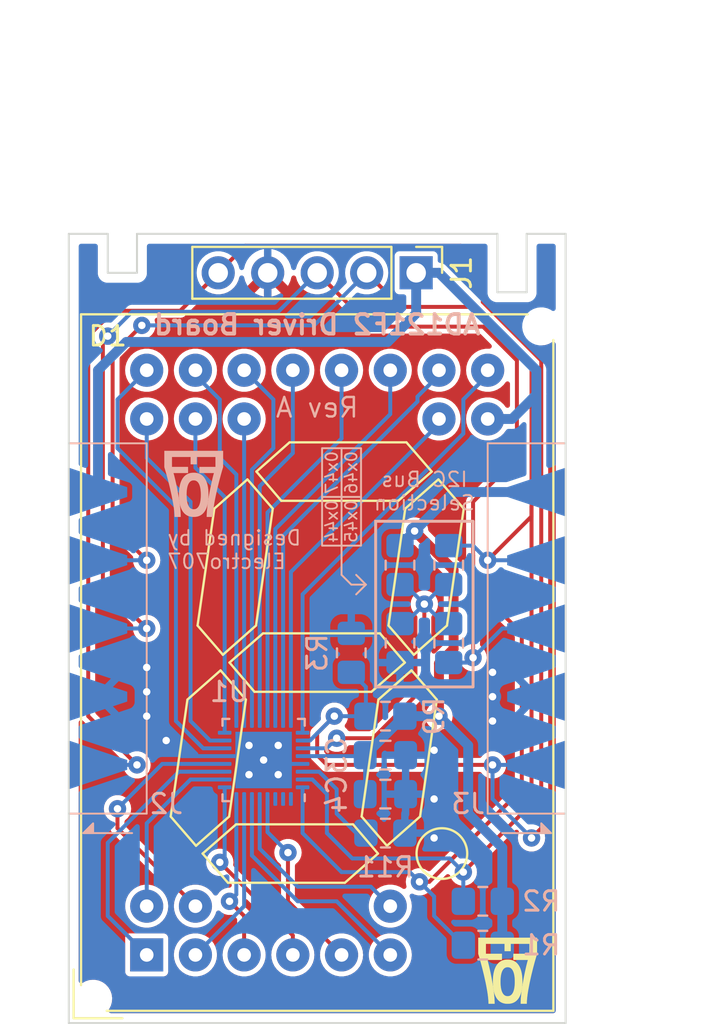
<source format=kicad_pcb>
(kicad_pcb (version 20221018) (generator pcbnew)
  (layers (0 "F.Cu" signal) (31 "B.Cu" signal) (34 "B.Paste" user) (35 "F.Paste" user) (36 "B.SilkS" user "B.Silkscreen") (37 "F.SilkS" user "F.Silkscreen") (38 "B.Mask" user) (39 "F.Mask" user) (44 "Edge.Cuts" user))
  (net 0 "")
  (net 1 "GND")
  (net 2 "VCC")
  (net 3 "/LED_G5")
  (net 4 "/LED_B4")
  (net 5 "/LED_G4")
  (net 6 "/LED_R4")
  (net 7 "/LED_B3")
  (net 8 "/LED_R3")
  (net 9 "/LED_B5")
  (net 10 "/LED_R5")
  (net 11 "/LED_G3")
  (net 12 "/LED_G6")
  (net 13 "/LED_R6")
  (net 14 "/LED_G7")
  (net 15 "/LED_G2")
  (net 16 "/LED_B6")
  (net 17 "/LED_B7")
  (net 18 "/LED_R7")
  (net 19 "/LED_B1")
  (net 20 "/LED_G1")
  (net 21 "/LED_R1")
  (net 22 "/LED_B2")
  (net 23 "/LED_R2")
  (net 24 "/SDA")
  (net 25 "/SCL")
  (net 26 "/~{SDB}")
  (net 27 "/AD")
  (net 28 "Net-(U1-ISET)")
  (footprint "Display_7Segment:AD-121F2" (layer "F.Cu") (at 191.5 114.5 90)
    (fp_text reference "D1" (at 31.75 -2 180) (layer "F.SilkS"))
    (fp_text value "AD-121F2")
    (pad "" np_thru_hole circle locked (at -2.25 -2.75 90) (size 1.45 1.45) (drill 1.45) (layers "*.Cu" "*.Mask"))
    (pad "" np_thru_hole circle locked (at 32.25 20.25 90) (size 1.45 1.45) (drill 1.45) (layers "*.Cu" "*.Mask"))
    (pad "1" thru_hole rect locked (at 0 0 90) (size 1.7 1.7) (drill 0.7) (layers "*.Cu" "*.Mask") (net 3 "/LED_G5"))
    (pad "2" thru_hole circle locked (at 0 2.5 90) (size 1.7 1.7) (drill 0.7) (layers "*.Cu" "*.Mask") (net 4 "/LED_B4"))
    (pad "3" thru_hole circle locked (at 0 5 90) (size 1.7 1.7) (drill 0.7) (layers "*.Cu" "*.Mask") (net 5 "/LED_G4"))
    (pad "4" thru_hole circle locked (at 0 7.5 90) (size 1.7 1.7) (drill 0.7) (layers "*.Cu" "*.Mask") (net 6 "/LED_R4"))
    (pad "5" thru_hole circle locked (at 0 10 90) (size 1.7 1.7) (drill 0.7) (layers "*.Cu" "*.Mask") (net 7 "/LED_B3"))
    (pad "6" thru_hole circle locked (at 0 12.5 90) (size 1.7 1.7) (drill 0.7) (layers "*.Cu" "*.Mask") (net 8 "/LED_R3"))
    (pad "9" thru_hole circle locked (at 2.5 0 90) (size 1.7 1.7) (drill 0.7) (layers "*.Cu" "*.Mask") (net 9 "/LED_B5"))
    (pad "10" thru_hole circle locked (at 2.5 2.5 90) (size 1.7 1.7) (drill 0.7) (layers "*.Cu" "*.Mask") (net 10 "/LED_R5"))
    (pad "11" thru_hole circle locked (at 2.5 12.5 90) (size 1.7 1.7) (drill 0.7) (layers "*.Cu" "*.Mask") (net 11 "/LED_G3"))
    (pad "13" thru_hole circle locked (at 27.5 0 90) (size 1.7 1.7) (drill 0.7) (layers "*.Cu" "*.Mask") (net 12 "/LED_G6"))
    (pad "14" thru_hole circle locked (at 27.5 2.5 90) (size 1.7 1.7) (drill 0.7) (layers "*.Cu" "*.Mask") (net 13 "/LED_R6"))
    (pad "15" thru_hole circle locked (at 27.5 5 90) (size 1.7 1.7) (drill 0.7) (layers "*.Cu" "*.Mask") (net 14 "/LED_G7"))
    (pad "16" thru_hole circle locked (at 27.5 15 90) (size 1.7 1.7) (drill 0.7) (layers "*.Cu" "*.Mask") (net 15 "/LED_G2"))
    (pad "17" thru_hole circle locked (at 27.5 17.5 90) (size 1.7 1.7) (drill 0.7) (layers "*.Cu" "*.Mask") (net 2 "VCC"))
    (pad "18" thru_hole circle locked (at 30 0 90) (size 1.7 1.7) (drill 0.7) (layers "*.Cu" "*.Mask") (net 16 "/LED_B6"))
    (pad "19" thru_hole circle locked (at 30 2.5 90) (size 1.7 1.7) (drill 0.7) (layers "*.Cu" "*.Mask") (net 17 "/LED_B7"))
    (pad "20" thru_hole circle locked (at 30 5 90) (size 1.7 1.7) (drill 0.7) (layers "*.Cu" "*.Mask") (net 18 "/LED_R7"))
    (pad "21" thru_hole circle locked (at 30 7.5 90) (size 1.7 1.7) (drill 0.7) (layers "*.Cu" "*.Mask") (net 19 "/LED_B1"))
    (pad "22" thru_hole circle locked (at 30 10 90) (size 1.7 1.7) (drill 0.7) (layers "*.Cu" "*.Mask") (net 20 "/LED_G1"))
    (pad "23" thru_hole circle locked (at 30 12.5 90) (size 1.7 1.7) (drill 0.7) (layers "*.Cu" "*.Mask") (net 21 "/LED_R1"))
    (pad "24" thru_hole circle locked (at 30 15 90) (size 1.7 1.7) (drill 0.7) (layers "*.Cu" "*.Mask") (net 22 "/LED_B2"))
    (pad "25" thru_hole circle locked (at 30 17.5 90) (size 1.7 1.7) (drill 0.7) (layers "*.Cu" "*.Mask") (net 23 "/LED_R2"))
  )
  (footprint "Connector_PinHeader_2.54mm:PinHeader_1x05_P2.54mm_Vertical" (layer "F.Cu") (at 205.33 79.5 -90)
    (fp_text reference "J1" (at 0 -2.33 90) (layer "F.SilkS"))
    (fp_text value "Conn_01x05_Socket")
    (pad "1" thru_hole rect (at 0 0 270) (size 1.7 1.7) (drill 1) (layers "*.Cu" "*.Mask") (net 2 "VCC"))
    (pad "2" thru_hole oval (at 0 2.54 270) (size 1.7 1.7) (drill 1) (layers "*.Cu" "*.Mask") (net 24 "/SDA"))
    (pad "3" thru_hole oval (at 0 5.08 270) (size 1.7 1.7) (drill 1) (layers "*.Cu" "*.Mask") (net 25 "/SCL"))
    (pad "4" thru_hole oval (at 0 7.62 270) (size 1.7 1.7) (drill 1) (layers "*.Cu" "*.Mask") (net 1 "GND"))
    (pad "5" thru_hole oval (at 0 10.16 270) (size 1.7 1.7) (drill 1) (layers "*.Cu" "*.Mask") (net 26 "/~{SDB}"))
  )
  (footprint "Resistor_SMD:R_0805_2012Metric_Pad1.20x1.40mm_HandSolder" (layer "B.Cu") (at 203.75 108.25)
    (fp_text reference "R11" (at 0 1.75) (layer "B.SilkS") (effects (justify mirror)))
    (fp_text value "3.3k")
    (pad "1" smd roundrect (at -1 0) (size 1.2 1.4) (layers "B.Cu" "B.Paste" "B.Mask") (roundrect_rratio 0.208333) (net 28 "Net-(U1-ISET)"))
    (pad "2" smd roundrect (at 1 0) (size 1.2 1.4) (layers "B.Cu" "B.Paste" "B.Mask") (roundrect_rratio 0.208333) (net 1 "GND"))
  )
  (footprint "Package_DFN_QFN:QFN-32-1EP_4x4mm_P0.4mm_EP2.9x2.9mm" (layer "B.Cu") (at 197.5 104.5 90)
    (fp_text reference "U1" (at 3.5 -1.75 180) (layer "B.SilkS") (effects (justify mirror)))
    (fp_text value "IS31FL3239")
    (pad "1" smd roundrect (at -2 1.4 90) (size 0.7 0.2) (layers "B.Cu" "B.Paste" "B.Mask"))
    (pad "2" smd roundrect (at -2 1 90) (size 0.7 0.2) (layers "B.Cu" "B.Paste" "B.Mask"))
    (pad "3" smd roundrect (at -2 0.6 90) (size 0.7 0.2) (layers "B.Cu" "B.Paste" "B.Mask"))
    (pad "4" smd roundrect (at -2 0.2 90) (size 0.7 0.2) (layers "B.Cu" "B.Paste" "B.Mask") (net 7 "/LED_B3"))
    (pad "5" smd roundrect (at -2 -0.2 90) (size 0.7 0.2) (layers "B.Cu" "B.Paste" "B.Mask") (net 11 "/LED_G3"))
    (pad "6" smd roundrect (at -2 -0.6 90) (size 0.7 0.2) (layers "B.Cu" "B.Paste" "B.Mask") (net 8 "/LED_R3"))
    (pad "7" smd roundrect (at -2 -1 90) (size 0.7 0.2) (layers "B.Cu" "B.Paste" "B.Mask") (net 4 "/LED_B4"))
    (pad "8" smd roundrect (at -2 -1.4 90) (size 0.7 0.2) (layers "B.Cu" "B.Paste" "B.Mask") (net 5 "/LED_G4"))
    (pad "9" smd roundrect (at -1.4 -2 90) (size 0.2 0.7) (layers "B.Cu" "B.Paste" "B.Mask") (net 6 "/LED_R4"))
    (pad "10" smd roundrect (at -1 -2 90) (size 0.2 0.7) (layers "B.Cu" "B.Paste" "B.Mask") (net 9 "/LED_B5"))
    (pad "11" smd roundrect (at -0.6 -2 90) (size 0.2 0.7) (layers "B.Cu" "B.Paste" "B.Mask") (net 3 "/LED_G5"))
    (pad "12" smd roundrect (at -0.2 -2 90) (size 0.2 0.7) (layers "B.Cu" "B.Paste" "B.Mask") (net 10 "/LED_R5"))
    (pad "13" smd roundrect (at 0.2 -2 90) (size 0.2 0.7) (layers "B.Cu" "B.Paste" "B.Mask") (net 1 "GND"))
    (pad "14" smd roundrect (at 0.6 -2 90) (size 0.2 0.7) (layers "B.Cu" "B.Paste" "B.Mask") (net 16 "/LED_B6"))
    (pad "15" smd roundrect (at 1 -2 90) (size 0.2 0.7) (layers "B.Cu" "B.Paste" "B.Mask") (net 12 "/LED_G6"))
    (pad "16" smd roundrect (at 1.4 -2 90) (size 0.2 0.7) (layers "B.Cu" "B.Paste" "B.Mask") (net 13 "/LED_R6"))
    (pad "17" smd roundrect (at 2 -1.4 90) (size 0.7 0.2) (layers "B.Cu" "B.Paste" "B.Mask") (net 17 "/LED_B7"))
    (pad "18" smd roundrect (at 2 -1 90) (size 0.7 0.2) (layers "B.Cu" "B.Paste" "B.Mask") (net 14 "/LED_G7"))
    (pad "19" smd roundrect (at 2 -0.6 90) (size 0.7 0.2) (layers "B.Cu" "B.Paste" "B.Mask") (net 18 "/LED_R7"))
    (pad "20" smd roundrect (at 2 -0.2 90) (size 0.7 0.2) (layers "B.Cu" "B.Paste" "B.Mask") (net 19 "/LED_B1"))
    (pad "21" smd roundrect (at 2 0.2 90) (size 0.7 0.2) (layers "B.Cu" "B.Paste" "B.Mask") (net 20 "/LED_G1"))
    (pad "22" smd roundrect (at 2 0.6 90) (size 0.7 0.2) (layers "B.Cu" "B.Paste" "B.Mask") (net 21 "/LED_R1"))
    (pad "23" smd roundrect (at 2 1 90) (size 0.7 0.2) (layers "B.Cu" "B.Paste" "B.Mask") (net 22 "/LED_B2"))
    (pad "24" smd roundrect (at 2 1.4 90) (size 0.7 0.2) (layers "B.Cu" "B.Paste" "B.Mask") (net 15 "/LED_G2"))
    (pad "25" smd roundrect (at 1.4 2 90) (size 0.2 0.7) (layers "B.Cu" "B.Paste" "B.Mask") (net 23 "/LED_R2"))
    (pad "26" smd roundrect (at 1 2 90) (size 0.2 0.7) (layers "B.Cu" "B.Paste" "B.Mask") (net 26 "/~{SDB}"))
    (pad "27" smd roundrect (at 0.6 2 90) (size 0.2 0.7) (layers "B.Cu" "B.Paste" "B.Mask") (net 27 "/AD"))
    (pad "28" smd roundrect (at 0.2 2 90) (size 0.2 0.7) (layers "B.Cu" "B.Paste" "B.Mask") (net 2 "VCC"))
    (pad "29" smd roundrect (at -0.2 2 90) (size 0.2 0.7) (layers "B.Cu" "B.Paste" "B.Mask") (net 1 "GND"))
    (pad "30" smd roundrect (at -0.6 2 90) (size 0.2 0.7) (layers "B.Cu" "B.Paste" "B.Mask") (net 28 "Net-(U1-ISET)"))
    (pad "31" smd roundrect (at -1 2 90) (size 0.2 0.7) (layers "B.Cu" "B.Paste" "B.Mask") (net 24 "/SDA"))
    (pad "32" smd roundrect (at -1.4 2 90) (size 0.2 0.7) (layers "B.Cu" "B.Paste" "B.Mask") (net 25 "/SCL"))
    (pad "33" smd rect (at 0 0 90) (size 2.9 2.9) (layers "B.Cu" "B.Mask") (net 1 "GND"))
  )
  (footprint "Resistor_SMD:R_0805_2012Metric_Pad1.20x1.40mm_HandSolder" (layer "B.Cu") (at 203.75 102.25 180)
    (fp_text reference "R9" (at -2.5 0 90) (layer "B.SilkS") (effects (justify mirror)))
    (fp_text value "10k")
    (pad "1" smd roundrect (at -1 0 180) (size 1.2 1.4) (layers "B.Cu" "B.Paste" "B.Mask") (roundrect_rratio 0.208333) (net 2 "VCC"))
    (pad "2" smd roundrect (at 1 0 180) (size 1.2 1.4) (layers "B.Cu" "B.Paste" "B.Mask") (roundrect_rratio 0.208333) (net 26 "/~{SDB}"))
  )
  (footprint "Resistor_SMD:R_0805_2012Metric_Pad1.20x1.40mm_HandSolder" (layer "B.Cu") (at 208.75 114 180)
    (fp_text reference "R1" (at -3 0) (layer "B.SilkS") (effects (justify mirror)))
    (fp_text value "4.7k")
    (pad "1" smd roundrect (at -1 0 180) (size 1.2 1.4) (layers "B.Cu" "B.Paste" "B.Mask") (roundrect_rratio 0.208333) (net 2 "VCC"))
    (pad "2" smd roundrect (at 1 0 180) (size 1.2 1.4) (layers "B.Cu" "B.Paste" "B.Mask") (roundrect_rratio 0.208333) (net 25 "/SCL"))
  )
  (footprint "Capacitor_SMD:C_0805_2012Metric_Pad1.18x1.45mm_HandSolder" (layer "B.Cu") (at 203.75 104.25)
    (fp_text reference "C3" (at -2.5 0 -90) (layer "B.SilkS") (effects (justify mirror)))
    (fp_text value "0.1u")
    (pad "1" smd roundrect (at -1.0375 0) (size 1.175 1.45) (layers "B.Cu" "B.Paste" "B.Mask") (roundrect_rratio 0.212766) (net 2 "VCC"))
    (pad "2" smd roundrect (at 1.0375 0) (size 1.175 1.45) (layers "B.Cu" "B.Paste" "B.Mask") (roundrect_rratio 0.212766) (net 1 "GND"))
  )
  (footprint "Resistor_SMD:R_0805_2012Metric_Pad1.20x1.40mm_HandSolder" (layer "B.Cu") (at 202 99 90)
    (fp_text reference "R3" (at 0 -1.75 90) (layer "B.SilkS") (effects (justify mirror)))
    (fp_text value "100k")
    (pad "1" smd roundrect (at -1 0 90) (size 1.2 1.4) (layers "B.Cu" "B.Paste" "B.Mask") (roundrect_rratio 0.208333) (net 26 "/~{SDB}"))
    (pad "2" smd roundrect (at 1 0 90) (size 1.2 1.4) (layers "B.Cu" "B.Paste" "B.Mask") (roundrect_rratio 0.208333) (net 1 "GND"))
  )
  (footprint "Resistor_SMD:R_0805_2012Metric_Pad1.20x1.40mm_HandSolder" (layer "B.Cu") (at 208.75 111.75 180)
    (fp_text reference "R2" (at -3 0) (layer "B.SilkS") (effects (justify mirror)))
    (fp_text value "4.7k")
    (pad "1" smd roundrect (at -1 0 180) (size 1.2 1.4) (layers "B.Cu" "B.Paste" "B.Mask") (roundrect_rratio 0.208333) (net 2 "VCC"))
    (pad "2" smd roundrect (at 1 0 180) (size 1.2 1.4) (layers "B.Cu" "B.Paste" "B.Mask") (roundrect_rratio 0.208333) (net 24 "/SDA"))
  )
  (footprint "Resistor_SMD:R_0805_2012Metric_Pad1.20x1.40mm_HandSolder" (layer "B.Cu") (at 207 94.5 -90)
    (fp_text reference "R5" hide)
    (fp_text value "0")
    (pad "1" smd roundrect (at -1 0 270) (size 1.2 1.4) (layers "B.Cu" "B.Paste" "B.Mask") (roundrect_rratio 0.208333) (net 24 "/SDA"))
    (pad "2" smd roundrect (at 1 0 270) (size 1.2 1.4) (layers "B.Cu" "B.Paste" "B.Mask") (roundrect_rratio 0.208333) (net 27 "/AD"))
  )
  (footprint "ProjectLibrary:CustomBoardInterconnectMirror" (layer "B.Cu") (at 191.5 106.25 180)
    (fp_text reference "J2" (at -1 -0.5 unlocked) (layer "B.SilkS") (effects (justify mirror)))
    (fp_text value "Conn_01x05_Socket")
    (pad "1" smd trapezoid (at 2.5 1.5 180) (size 3 1.5) (rect_delta -1 0) (layers "B.Cu" "B.Mask") (net 26 "/~{SDB}"))
    (pad "2" smd trapezoid (at 2.5 5 180) (size 3 1.5) (rect_delta -1 0) (layers "B.Cu" "B.Mask") (net 1 "GND"))
    (pad "3" smd trapezoid (at 2.5 8.5 180) (size 3 1.5) (rect_delta -1 0) (layers "B.Cu" "B.Mask") (net 25 "/SCL"))
    (pad "4" smd trapezoid (at 2.5 12 180) (size 3 1.5) (rect_delta -1 0) (layers "B.Cu" "B.Mask") (net 24 "/SDA"))
    (pad "5" smd trapezoid (at 2.5 15.5 180) (size 3 1.5) (rect_delta -1 0) (layers "B.Cu" "B.Mask") (net 2 "VCC"))
  )
  (footprint "Capacitor_SMD:C_0805_2012Metric_Pad1.18x1.45mm_HandSolder" (layer "B.Cu") (at 203.75 106.25)
    (fp_text reference "C4" (at -2.5 0 90) (layer "B.SilkS") (effects (justify mirror)))
    (fp_text value "1u")
    (pad "1" smd roundrect (at -1.0375 0) (size 1.175 1.45) (layers "B.Cu" "B.Paste" "B.Mask") (roundrect_rratio 0.212766) (net 2 "VCC"))
    (pad "2" smd roundrect (at 1.0375 0) (size 1.175 1.45) (layers "B.Cu" "B.Paste" "B.Mask") (roundrect_rratio 0.212766) (net 1 "GND"))
  )
  (footprint "ProjectLibrary:CustomBoardInterconnect" (layer "B.Cu") (at 213 106.25 180)
    (fp_text reference "J3" (at 5 -0.5 unlocked) (layer "B.SilkS") (effects (justify mirror)))
    (fp_text value "Conn_01x05_Pin")
    (pad "1" smd trapezoid (at 1.5 1.5 180) (size 3 1.5) (rect_delta 1 0) (layers "B.Cu" "B.Mask") (net 26 "/~{SDB}"))
    (pad "2" smd trapezoid (at 1.5 5 180) (size 3 1.5) (rect_delta 1 0) (layers "B.Cu" "B.Mask") (net 1 "GND"))
    (pad "3" smd trapezoid (at 1.5 8.5 180) (size 3 1.5) (rect_delta 1 0) (layers "B.Cu" "B.Mask") (net 25 "/SCL"))
    (pad "4" smd trapezoid (at 1.5 12 180) (size 3 1.5) (rect_delta 1 0) (layers "B.Cu" "B.Mask") (net 24 "/SDA"))
    (pad "5" smd trapezoid (at 1.5 15.5 180) (size 3 1.5) (rect_delta 1 0) (layers "B.Cu" "B.Mask") (net 2 "VCC"))
  )
  (footprint "Resistor_SMD:R_0805_2012Metric_Pad1.20x1.40mm_HandSolder" (layer "B.Cu") (at 204.5 98.5 90)
    (fp_text reference "R10" hide)
    (fp_text value "0")
    (pad "1" smd roundrect (at -1 0 90) (size 1.2 1.4) (layers "B.Cu" "B.Paste" "B.Mask") (roundrect_rratio 0.208333) (net 1 "GND"))
    (pad "2" smd roundrect (at 1 0 90) (size 1.2 1.4) (layers "B.Cu" "B.Paste" "B.Mask") (roundrect_rratio 0.208333) (net 27 "/AD"))
  )
  (footprint "Resistor_SMD:R_0805_2012Metric_Pad1.20x1.40mm_HandSolder" (layer "B.Cu") (at 204.5 94.5 -90)
    (fp_text reference "R4" hide)
    (fp_text value "0")
    (pad "1" smd roundrect (at -1 0 270) (size 1.2 1.4) (layers "B.Cu" "B.Paste" "B.Mask") (roundrect_rratio 0.208333) (net 2 "VCC"))
    (pad "2" smd roundrect (at 1 0 270) (size 1.2 1.4) (layers "B.Cu" "B.Paste" "B.Mask") (roundrect_rratio 0.208333) (net 27 "/AD"))
  )
  (footprint "Resistor_SMD:R_0805_2012Metric_Pad1.20x1.40mm_HandSolder" (layer "B.Cu") (at 207 98.5 90)
    (fp_text reference "R6" hide)
    (fp_text value "0")
    (pad "1" smd roundrect (at -1 0 90) (size 1.2 1.4) (layers "B.Cu" "B.Paste" "B.Mask") (roundrect_rratio 0.208333) (net 25 "/SCL"))
    (pad "2" smd roundrect (at 1 0 90) (size 1.2 1.4) (layers "B.Cu" "B.Paste" "B.Mask") (roundrect_rratio 0.208333) (net 27 "/AD"))
  )
  (gr_poly (pts (xy 193.837265 89.76956) (xy 193.787643 89.774779) (xy 193.73209 89.784942) (xy 193.672141 89.801697) (xy 193.609337 89.826692) (xy 193.577344 89.842794) (xy 193.545214 89.861574) (xy 193.513139 89.883238) (xy 193.481311 89.907992) (xy 193.449922 89.936042) (xy 193.419165 89.967594) (xy 193.389233 90.002853) (xy 193.360316 90.042027) (xy 193.332608 90.08532) (xy 193.3063 90.132939) (xy 193.281586 90.18509) (xy 193.258657 90.241979) (xy 193.237705 90.303812) (xy 193.218923 90.370794) (xy 193.202504 90.443133) (xy 193.188638 90.521033) (xy 193.177519 90.604701) (xy 193.169339 90.694342) (xy 193.16429 90.790164) (xy 193.162564 90.892371) (xy 193.16429 90.994578) (xy 193.169339 91.0904) (xy 193.177519 91.180041) (xy 193.188638 91.263709) (xy 193.202504 91.341609) (xy 193.218924 91.413948) (xy 193.237705 91.48093) (xy 193.258657 91.542763) (xy 193.281586 91.599652) (xy 193.3063 91.651803) (xy 193.332608 91.699422) (xy 193.360316 91.742716) (xy 193.389233 91.781889) (xy 193.419165 91.817149) (xy 193.449922 91.848701) (xy 193.481311 91.876751) (xy 193.513139 91.901505) (xy 193.545214 91.923169) (xy 193.577344 91.941949) (xy 193.609337 91.958051) (xy 193.641 91.971681) (xy 193.672141 91.983046) (xy 193.702569 91.99235) (xy 193.732089 91.999801) (xy 193.787643 92.009964) (xy 193.837264 92.015182) (xy 193.912557 92.01738) (xy 193.98785 92.015182) (xy 194.037471 92.009964) (xy 194.093025 91.999801) (xy 194.152973 91.983046) (xy 194.215778 91.958051) (xy 194.24777 91.941949) (xy 194.279901 91.923169) (xy 194.311976 91.901505) (xy 194.343804 91.876751) (xy 194.375192 91.848701) (xy 194.405949 91.817149) (xy 194.435882 91.781889) (xy 194.464799 91.742716) (xy 194.492507 91.699422) (xy 194.518814 91.651803) (xy 194.543528 91.599652) (xy 194.566458 91.542763) (xy 194.587409 91.48093) (xy 194.606191 91.413948) (xy 194.622611 91.341609) (xy 194.636476 91.263709) (xy 194.647595 91.180041) (xy 194.655775 91.0904) (xy 194.660824 90.994578) (xy 194.66255 90.892371) (xy 194.287573 90.892371) (xy 194.28671 90.960509) (xy 194.284185 91.02439) (xy 194.280095 91.084151) (xy 194.274535 91.139929) (xy 194.267602 91.191862) (xy 194.259392 91.240088) (xy 194.25 91.284742) (xy 194.239524 91.325964) (xy 194.228058 91.363889) (xy 194.215701 91.398656) (xy 194.202546 91.430402) (xy 194.188691 91.459263) (xy 194.174232 91.485378) (xy 194.159265 91.508884) (xy 194.143885 91.529918) (xy 194.12819 91.548618) (xy 194.112275 91.56512) (xy 194.096237 91.579562) (xy 194.080171 91.592081) (xy 194.064174 91.602816) (xy 194.048341 91.611902) (xy 194.03277 91.619478) (xy 194.017555 91.62568) (xy 194.002794 91.630646) (xy 193.988582 91.634514) (xy 193.975016 91.637421) (xy 193.950204 91.6409) (xy 193.929128 91.642181) (xy 193.912557 91.642364) (xy 193.87491 91.6409) (xy 193.850098 91.637421) (xy 193.82232 91.630646) (xy 193.792345 91.619478) (xy 193.760941 91.602816) (xy 193.728878 91.579562) (xy 193.712839 91.56512) (xy 193.696924 91.548618) (xy 193.681229 91.529918) (xy 193.66585 91.508884) (xy 193.650882 91.485378) (xy 193.636423 91.459263) (xy 193.622568 91.430402) (xy 193.609414 91.398656) (xy 193.597056 91.363889) (xy 193.585591 91.325964) (xy 193.575114 91.284742) (xy 193.565723 91.240088) (xy 193.557512 91.191862) (xy 193.550579 91.139929) (xy 193.545019 91.084151) (xy 193.540929 91.02439) (xy 193.538404 90.960509) (xy 193.537541 90.892371) (xy 193.538404 90.824233) (xy 193.540929 90.760352) (xy 193.545019 90.700591) (xy 193.550579 90.644813) (xy 193.557512 90.59288) (xy 193.565723 90.544654) (xy 193.575114 90.5) (xy 193.585591 90.458778) (xy 193.597056 90.420853) (xy 193.609414 90.386086) (xy 193.622568 90.354341) (xy 193.636423 90.325479) (xy 193.650882 90.299364) (xy 193.66585 90.275858) (xy 193.681229 90.254824) (xy 193.696924 90.236125) (xy 193.712839 90.219623) (xy 193.728877 90.205181) (xy 193.744943 90.192661) (xy 193.760941 90.181927) (xy 193.776773 90.172841) (xy 193.792345 90.165265) (xy 193.807559 90.159062) (xy 193.82232 90.154096) (xy 193.836532 90.150228) (xy 193.850098 90.147322) (xy 193.87491 90.143843) (xy 193.895986 90.142562) (xy 193.912557 90.142379) (xy 193.950204 90.143843) (xy 193.975016 90.147322) (xy 194.002794 90.154096) (xy 194.03277 90.165265) (xy 194.064174 90.181927) (xy 194.096237 90.205181) (xy 194.112275 90.219623) (xy 194.12819 90.236125) (xy 194.143885 90.254824) (xy 194.159265 90.275858) (xy 194.174232 90.299364) (xy 194.188691 90.325479) (xy 194.202546 90.354341) (xy 194.215701 90.386086) (xy 194.228058 90.420853) (xy 194.239524 90.458779) (xy 194.25 90.5) (xy 194.259392 90.544654) (xy 194.267602 90.59288) (xy 194.274535 90.644813) (xy 194.280095 90.700591) (xy 194.284185 90.760352) (xy 194.28671 90.824233) (xy 194.287573 90.892371) (xy 194.66255 90.892371) (xy 194.660824 90.790164) (xy 194.655775 90.694342) (xy 194.647595 90.604701) (xy 194.636476 90.521033) (xy 194.622611 90.443133) (xy 194.606191 90.370795) (xy 194.587409 90.303812) (xy 194.566458 90.241979) (xy 194.543528 90.185091) (xy 194.518814 90.13294) (xy 194.492507 90.08532) (xy 194.464798 90.042027) (xy 194.435882 90.002854) (xy 194.405949 89.967594) (xy 194.375192 89.936042) (xy 194.343804 89.907992) (xy 194.311976 89.883238) (xy 194.2799 89.861574) (xy 194.24777 89.842794) (xy 194.215778 89.826692) (xy 194.184114 89.813062) (xy 194.152973 89.801697) (xy 194.122546 89.792393) (xy 194.093025 89.784942) (xy 194.037471 89.774779) (xy 193.98785 89.76956) (xy 193.912557 89.767363)) (stroke (width 0.019874)) (fill solid) (layer "B.SilkS"))
  (gr_rect (start 200.5 88.5) (end 202.5 93.5) (stroke (width 0.1)) (fill none) (layer "B.SilkS"))
  (gr_line (start 201.5 88.5) (end 201.5 93.5) (stroke (width 0.1)) (layer "B.SilkS"))
  (gr_line (start 202 95.5) (end 201.5 95) (stroke (width 0.1)) (layer "B.SilkS"))
  (gr_line (start 202.75 95.5) (end 202.25 95) (stroke (width 0.1)) (layer "B.SilkS"))
  (gr_poly (pts (xy 192.412572 89.467363) (xy 192.526245 89.855253) (xy 192.611646 90.175322) (xy 192.7032 90.545487) (xy 192.791238 90.940263) (xy 192.866093 91.334159) (xy 192.895555 91.522813) (xy 192.918096 91.701689) (xy 192.932506 91.867601) (xy 192.937578 92.017363) (xy 193.23756 92.017363) (xy 193.234172 91.87097) (xy 193.224522 91.71458) (xy 193.209379 91.550501) (xy 193.189511 91.381038) (xy 193.165687 91.208499) (xy 193.138678 91.035191) (xy 193.078177 90.695498) (xy 193.01416 90.380414) (xy 192.952781 90.108396) (xy 192.900191 89.8979) (xy 192.862544 89.767383) (xy 193.612576 89.767383) (xy 193.612576 89.467363) (xy 192.787549 89.467363) (xy 192.787559 88.942377) (xy 193.762559 88.942377) (xy 193.762559 89.317377) (xy 194.062559 89.317377) (xy 194.062559 88.942377) (xy 195.037559 88.942377) (xy 195.037566 89.467363) (xy 194.212578 89.467363) (xy 194.212578 89.767383) (xy 194.962571 89.767383) (xy 194.924924 89.8979) (xy 194.872334 90.108396) (xy 194.810954 90.380414) (xy 194.746938 90.695498) (xy 194.686437 91.035191) (xy 194.635604 91.381037) (xy 194.615736 91.5505) (xy 194.600593 91.71458) (xy 194.590943 91.87097) (xy 194.587555 92.017363) (xy 194.887575 92.017363) (xy 194.892647 91.867601) (xy 194.907056 91.701689) (xy 194.929595 91.522813) (xy 194.959055 91.334159) (xy 194.994227 91.138914) (xy 195.033903 90.940263) (xy 195.121934 90.545487) (xy 195.213481 90.175322) (xy 195.298876 89.855253) (xy 195.368453 89.610771) (xy 195.412543 89.467363) (xy 195.412559 88.642377) (xy 192.41256 88.642377)) (stroke (width 0.019874)) (fill solid) (layer "B.SilkS"))
  (gr_line (start 200.5 91) (end 202.5 91) (stroke (width 0.1)) (layer "B.SilkS"))
  (gr_line (start 202.75 95.5) (end 202 95.5) (stroke (width 0.1)) (layer "B.SilkS"))
  (gr_line (start 201.5 95) (end 201.5 93.5) (stroke (width 0.1)) (layer "B.SilkS"))
  (gr_line (start 202.75 95.5) (end 202.25 96) (stroke (width 0.1)) (layer "B.SilkS"))
  (gr_rect (start 203.25 92.25) (end 208.25 100.75) (stroke (width 0.15)) (fill none) (layer "B.SilkS"))
  (gr_poly (pts (xy 210.100313 114.752197) (xy 210.149935 114.757416) (xy 210.205488 114.767579) (xy 210.265437 114.784334) (xy 210.328241 114.809329) (xy 210.360234 114.825431) (xy 210.392364 114.844211) (xy 210.424439 114.865875) (xy 210.456267 114.890629) (xy 210.487656 114.918679) (xy 210.518413 114.950231) (xy 210.548345 114.98549) (xy 210.577262 115.024664) (xy 210.60497 115.067957) (xy 210.631278 115.115576) (xy 210.655992 115.167727) (xy 210.678921 115.224616) (xy 210.699873 115.286449) (xy 210.718655 115.353431) (xy 210.735074 115.42577) (xy 210.74894 115.50367) (xy 210.760059 115.587338) (xy 210.768239 115.676979) (xy 210.773288 115.772801) (xy 210.775014 115.875008) (xy 210.773288 115.977215) (xy 210.768239 116.073037) (xy 210.760059 116.162678) (xy 210.74894 116.246346) (xy 210.735074 116.324246) (xy 210.718654 116.396585) (xy 210.699873 116.463567) (xy 210.678921 116.5254) (xy 210.655992 116.582289) (xy 210.631278 116.63444) (xy 210.60497 116.682059) (xy 210.577262 116.725353) (xy 210.548345 116.764526) (xy 210.518413 116.799786) (xy 210.487656 116.831338) (xy 210.456267 116.859388) (xy 210.424439 116.884142) (xy 210.392364 116.905806) (xy 210.360234 116.924586) (xy 210.328241 116.940688) (xy 210.296578 116.954318) (xy 210.265437 116.965683) (xy 210.235009 116.974987) (xy 210.205489 116.982438) (xy 210.149935 116.992601) (xy 210.100314 116.997819) (xy 210.025021 117.000017) (xy 209.949728 116.997819) (xy 209.900107 116.992601) (xy 209.844553 116.982438) (xy 209.784605 116.965683) (xy 209.7218 116.940688) (xy 209.689808 116.924586) (xy 209.657677 116.905806) (xy 209.625602 116.884142) (xy 209.593774 116.859388) (xy 209.562386 116.831338) (xy 209.531629 116.799786) (xy 209.501696 116.764526) (xy 209.472779 116.725353) (xy 209.445071 116.682059) (xy 209.418764 116.63444) (xy 209.39405 116.582289) (xy 209.37112 116.5254) (xy 209.350169 116.463567) (xy 209.331387 116.396585) (xy 209.314967 116.324246) (xy 209.301102 116.246346) (xy 209.289983 116.162678) (xy 209.281803 116.073037) (xy 209.276754 115.977215) (xy 209.275028 115.875008) (xy 209.650005 115.875008) (xy 209.650868 115.943146) (xy 209.653393 116.007027) (xy 209.657483 116.066788) (xy 209.663043 116.122566) (xy 209.669976 116.174499) (xy 209.678186 116.222725) (xy 209.687578 116.267379) (xy 209.698054 116.308601) (xy 209.70952 116.346526) (xy 209.721877 116.381293) (xy 209.735032 116.413039) (xy 209.748887 116.4419) (xy 209.763346 116.468015) (xy 209.778313 116.491521) (xy 209.793693 116.512555) (xy 209.809388 116.531255) (xy 209.825303 116.547757) (xy 209.841341 116.562199) (xy 209.857407 116.574718) (xy 209.873404 116.585453) (xy 209.889237 116.594539) (xy 209.904808 116.602115) (xy 209.920023 116.608317) (xy 209.934784 116.613283) (xy 209.948996 116.617151) (xy 209.962562 116.620058) (xy 209.987374 116.623537) (xy 210.00845 116.624818) (xy 210.025021 116.625001) (xy 210.062668 116.623537) (xy 210.08748 116.620058) (xy 210.115258 116.613283) (xy 210.145233 116.602115) (xy 210.176637 116.585453) (xy 210.2087 116.562199) (xy 210.224739 116.547757) (xy 210.240654 116.531255) (xy 210.256349 116.512555) (xy 210.271728 116.491521) (xy 210.286696 116.468015) (xy 210.301155 116.4419) (xy 210.31501 116.413039) (xy 210.328164 116.381293) (xy 210.340522 116.346526) (xy 210.351987 116.308601) (xy 210.362464 116.267379) (xy 210.371855 116.222725) (xy 210.380066 116.174499) (xy 210.386999 116.122566) (xy 210.392559 116.066788) (xy 210.396649 116.007027) (xy 210.399174 115.943146) (xy 210.400037 115.875008) (xy 210.399174 115.80687) (xy 210.396649 115.742989) (xy 210.392559 115.683228) (xy 210.386999 115.62745) (xy 210.380066 115.575517) (xy 210.371855 115.527291) (xy 210.362464 115.482637) (xy 210.351987 115.441415) (xy 210.340522 115.40349) (xy 210.328164 115.368723) (xy 210.31501 115.336978) (xy 210.301155 115.308116) (xy 210.286696 115.282001) (xy 210.271728 115.258495) (xy 210.256349 115.237461) (xy 210.240654 115.218762) (xy 210.224739 115.20226) (xy 210.208701 115.187818) (xy 210.192635 115.175298) (xy 210.176637 115.164564) (xy 210.160805 115.155478) (xy 210.145233 115.147902) (xy 210.130019 115.141699) (xy 210.115258 115.136733) (xy 210.101046 115.132865) (xy 210.08748 115.129959) (xy 210.062668 115.12648) (xy 210.041592 115.125199) (xy 210.025021 115.125016) (xy 209.987374 115.12648) (xy 209.962562 115.129959) (xy 209.934784 115.136733) (xy 209.904808 115.147902) (xy 209.873404 115.164564) (xy 209.841341 115.187818) (xy 209.825303 115.20226) (xy 209.809388 115.218762) (xy 209.793693 115.237461) (xy 209.778313 115.258495) (xy 209.763346 115.282001) (xy 209.748887 115.308116) (xy 209.735032 115.336978) (xy 209.721877 115.368723) (xy 209.70952 115.40349) (xy 209.698054 115.441416) (xy 209.687578 115.482637) (xy 209.678186 115.527291) (xy 209.669976 115.575517) (xy 209.663043 115.62745) (xy 209.657483 115.683228) (xy 209.653393 115.742989) (xy 209.650868 115.80687) (xy 209.650005 115.875008) (xy 209.275028 115.875008) (xy 209.276754 115.772801) (xy 209.281803 115.676979) (xy 209.289983 115.587338) (xy 209.301102 115.50367) (xy 209.314967 115.42577) (xy 209.331387 115.353432) (xy 209.350169 115.286449) (xy 209.37112 115.224616) (xy 209.39405 115.167728) (xy 209.418764 115.115577) (xy 209.445071 115.067957) (xy 209.47278 115.024664) (xy 209.501696 114.985491) (xy 209.531629 114.950231) (xy 209.562386 114.918679) (xy 209.593774 114.890629) (xy 209.625602 114.865875) (xy 209.657678 114.844211) (xy 209.689808 114.825431) (xy 209.7218 114.809329) (xy 209.753464 114.795699) (xy 209.784605 114.784334) (xy 209.815032 114.77503) (xy 209.844553 114.767579) (xy 209.900107 114.757416) (xy 209.949728 114.752197) (xy 210.025021 114.75)) (stroke (width 0.019874)) (fill solid) (layer "F.SilkS"))
  (gr_poly (pts (xy 211.525006 114.45) (xy 211.411333 114.83789) (xy 211.325932 115.157959) (xy 211.234378 115.528124) (xy 211.14634 115.9229) (xy 211.071485 116.316796) (xy 211.042023 116.50545) (xy 211.019482 116.684326) (xy 211.005072 116.850238) (xy 211 117) (xy 210.700018 117) (xy 210.703406 116.853607) (xy 210.713056 116.697217) (xy 210.728199 116.533138) (xy 210.748067 116.363675) (xy 210.771891 116.191136) (xy 210.7989 116.017828) (xy 210.859401 115.678135) (xy 210.923418 115.363051) (xy 210.984797 115.091033) (xy 211.037387 114.880537) (xy 211.075034 114.75002) (xy 210.325002 114.75002) (xy 210.325002 114.45) (xy 211.150029 114.45) (xy 211.150019 113.925014) (xy 210.175019 113.925014) (xy 210.175019 114.300014) (xy 209.875019 114.300014) (xy 209.875019 113.925014) (xy 208.900019 113.925014) (xy 208.900012 114.45) (xy 209.725 114.45) (xy 209.725 114.75002) (xy 208.975007 114.75002) (xy 209.012654 114.880537) (xy 209.065244 115.091033) (xy 209.126624 115.363051) (xy 209.19064 115.678135) (xy 209.251141 116.017828) (xy 209.301974 116.363674) (xy 209.321842 116.533137) (xy 209.336985 116.697217) (xy 209.346635 116.853607) (xy 209.350023 117) (xy 209.050003 117) (xy 209.044931 116.850238) (xy 209.030522 116.684326) (xy 209.007983 116.50545) (xy 208.978523 116.316796) (xy 208.943351 116.121551) (xy 208.903675 115.9229) (xy 208.815644 115.528124) (xy 208.724097 115.157959) (xy 208.638702 114.83789) (xy 208.569125 114.593408) (xy 208.525035 114.45) (xy 208.525019 113.625014) (xy 211.525018 113.625014)) (stroke (width 0.019874)) (fill solid) (layer "F.SilkS"))
  (gr_line (start 209.5 80.5) (end 211 80.5) (stroke (width 0.1)) (layer "Edge.Cuts"))
  (gr_line (start 211 77.5) (end 213 77.5) (stroke (width 0.1)) (layer "Edge.Cuts"))
  (gr_line (start 191 77.5) (end 209.5 77.5) (stroke (width 0.1)) (layer "Edge.Cuts"))
  (gr_line (start 187.5 118) (end 187.5 77.5) (stroke (width 0.1)) (layer "Edge.Cuts"))
  (gr_line (start 211 80.5) (end 211 77.5) (stroke (width 0.1)) (layer "Edge.Cuts"))
  (gr_line (start 187.5 77.5) (end 189.5 77.5) (stroke (width 0.1)) (layer "Edge.Cuts"))
  (gr_line (start 191 79.5) (end 191 77.5) (stroke (width 0.1)) (layer "Edge.Cuts"))
  (gr_line (start 189.5 77.5) (end 189.5 79.5) (stroke (width 0.1)) (layer "Edge.Cuts"))
  (gr_line (start 213 77.5) (end 213 118) (stroke (width 0.1)) (layer "Edge.Cuts"))
  (gr_line (start 209.5 77.5) (end 209.5 80.5) (stroke (width 0.1)) (layer "Edge.Cuts"))
  (gr_line (start 189.5 79.5) (end 191 79.5) (stroke (width 0.1)) (layer "Edge.Cuts"))
  (gr_line (start 213 118) (end 187.5 118) (stroke (width 0.1)) (layer "Edge.Cuts"))
  (gr_text "0x44" (at 201 92.25 90) (layer "B.SilkS") (effects (font (size 0.6 0.6) (thickness 0.09)) (justify mirror)))
  (gr_text "AD121F2 Driver Board" (at 200.25 82.75) (layer "B.SilkS") (effects (font (size 1 1) (thickness 0.2) bold) (justify bottom mirror)))
  (gr_text "I2C Bus\nSelection" (at 205.75 91.75) (layer "B.SilkS") (effects (font (size 0.75 0.75) (thickness 0.1)) (justify bottom mirror)))
  (gr_text "Rev A" (at 200.25 87) (layer "B.SilkS") (effects (font (size 1 1) (thickness 0.125)) (justify bottom mirror)))
  (gr_text "0x45" (at 202 92.25 90) (layer "B.SilkS") (effects (font (size 0.6 0.6) (thickness 0.09)) (justify mirror)))
  (gr_text "0x46" (at 202 89.75 90) (layer "B.SilkS") (effects (font (size 0.6 0.6) (thickness 0.09)) (justify mirror)))
  (gr_text "Designed by\nElectro707" (at 192.5 94.75) (layer "B.SilkS") (effects (font (size 0.75 0.75) (thickness 0.1)) (justify right bottom mirror)))
  (gr_text "0x47" (at 201 89.75 90) (layer "B.SilkS") (effects (font (size 0.6 0.6) (thickness 0.09)) (justify mirror)))
  (segment (start 196.25 80.96) (end 196.25 81.5) (width 0.508) (layer "F.Cu") (net 1))
  (segment (start 197.71 79.5) (end 196.25 80.96) (width 0.508) (layer "F.Cu") (net 1))
  (segment (start 199.25 81.04) (end 199.25 81.5) (width 0.508) (layer "F.Cu") (net 1))
  (segment (start 197.71 79.5) (end 199.25 81.04) (width 0.508) (layer "F.Cu") (net 1))
  (via (at 196.75 103.75) (size 0.889) (drill 0.381) (layers "F.Cu" "B.Cu") (net 1))
  (via (at 198.25 103.75) (size 0.889) (drill 0.381) (layers "F.Cu" "B.Cu") (net 1))
  (via (at 192.5 103.5) (size 0.889) (drill 0.381) (layers "F.Cu" "B.Cu") (net 1))
  (via (at 198.25 105.25) (size 0.889) (drill 0.381) (layers "F.Cu" "B.Cu") (net 1))
  (via (at 191.5 101) (size 0.889) (drill 0.381) (layers "F.Cu" "B.Cu") (net 1))
  (via (at 197.5 104.5) (size 0.889) (drill 0.381) (layers "F.Cu" "B.Cu") (net 1))
  (via (at 206.25 104) (size 0.889) (drill 0.381) (layers "F.Cu" "B.Cu") (net 1))
  (via (at 206.25 106.5) (size 0.889) (drill 0.381) (layers "F.Cu" "B.Cu") (net 1))
  (via (at 209.25 102.5) (size 0.889) (drill 0.381) (layers "F.Cu" "B.Cu") (net 1))
  (via (at 191.5 102.25) (size 0.889) (drill 0.381) (layers "F.Cu" "B.Cu") (net 1))
  (via (at 209.25 101.25) (size 0.889) (drill 0.381) (layers "F.Cu" "B.Cu") (net 1))
  (via (at 191.5 99.75) (size 0.889) (drill 0.381) (layers "F.Cu" "B.Cu") (net 1))
  (via (at 209.25 100) (size 0.889) (drill 0.381) (layers "F.Cu" "B.Cu") (net 1))
  (via (at 206.25 108.5) (size 0.889) (drill 0.381) (layers "F.Cu" "B.Cu") (net 1))
  (via (at 196.75 105.25) (size 0.889) (drill 0.381) (layers "F.Cu" "B.Cu") (net 1))
  (segment (start 199.5 104.7) (end 197.7 104.7) (width 0.2032) (layer "B.Cu") (net 1))
  (segment (start 197.7 104.7) (end 197.5 104.5) (width 0.2032) (layer "B.Cu") (net 1))
  (segment (start 195.5 104.3) (end 193.3 104.3) (width 0.2032) (layer "B.Cu") (net 1))
  (segment (start 197.3 104.3) (end 197.5 104.5) (width 0.2032) (layer "B.Cu") (net 1))
  (segment (start 197.3 104.432) (end 197.5 104.632) (width 0.2032) (layer "B.Cu") (net 1))
  (segment (start 195.5 104.3) (end 197.3 104.3) (width 0.2032) (layer "B.Cu") (net 1))
  (segment (start 193.3 104.3) (end 192.5 103.5) (width 0.2032) (layer "B.Cu") (net 1))
  (segment (start 197.7 104.832) (end 197.5 104.632) (width 0.2032) (layer "B.Cu") (net 1))
  (segment (start 206.5 102.25) (end 206.5 99.546645) (width 0.508) (layer "F.Cu") (net 2))
  (segment (start 207.25 98.796645) (end 207.25 94.75) (width 0.508) (layer "F.Cu") (net 2))
  (segment (start 206.5 99.546645) (end 207.25 98.796645) (width 0.508) (layer "F.Cu") (net 2))
  (segment (start 207.25 94.75) (end 205.25 92.75) (width 0.508) (layer "F.Cu") (net 2))
  (via (at 206.5 102.25) (size 0.889) (drill 0.381) (layers "F.Cu" "B.Cu") (net 2))
  (via (at 205.25 92.75) (size 0.889) (drill 0.381) (layers "F.Cu" "B.Cu") (net 2))
  (segment (start 211.5 85.75) (end 211.5 90.75) (width 0.508) (layer "B.Cu") (net 2))
  (segment (start 205.33 81.585) (end 203.8656 83.0494) (width 0.508) (layer "B.Cu") (net 2))
  (segment (start 204.75 102.25) (end 204.7125 102.25) (width 0.508) (layer "B.Cu") (net 2))
  (segment (start 206.5 102.25) (end 208 103.75) (width 0.508) (layer "B.Cu") (net 2))
  (segment (start 207.25 90.75) (end 204.5 93.5) (width 0.508) (layer "B.Cu") (net 2))
  (segment (start 205.33 79.5) (end 206.5 79.5) (width 0.508) (layer "B.Cu") (net 2))
  (segment (start 208 103.75) (end 208 107.25) (width 0.508) (layer "B.Cu") (net 2))
  (segment (start 204.7125 102.25) (end 202.7125 104.25) (width 0.508) (layer "B.Cu") (net 2))
  (segment (start 211.5 90.75) (end 207.25 90.75) (width 0.508) (layer "B.Cu") (net 2))
  (segment (start 206.5 79.5) (end 211.5 84.5) (width 0.508) (layer "B.Cu") (net 2))
  (segment (start 211.5 84.5) (end 211.5 85.75) (width 0.508) (layer "B.Cu") (net 2))
  (segment (start 211.25 86) (end 210.25 87) (width 0.508) (layer "B.Cu") (net 2))
  (segment (start 203.8656 83.0494) (end 190.4506 83.0494) (width 0.508) (layer "B.Cu") (net 2))
  (segment (start 211.5 85.75) (end 211.25 86) (width 0.508) (layer "B.Cu") (net 2))
  (segment (start 189 84.5) (end 189 90.75) (width 0.508) (layer "B.Cu") (net 2))
  (segment (start 209.75 111.75) (end 209.75 114) (width 0.508) (layer "B.Cu") (net 2))
  (segment (start 199.5 104.3) (end 202.6625 104.3) (width 0.2032) (layer "B.Cu") (net 2))
  (segment (start 208 107.25) (end 209.75 109) (width 0.508) (layer "B.Cu") (net 2))
  (segment (start 206.5 102.25) (end 204.75 102.25) (width 0.508) (layer "B.Cu") (net 2))
  (segment (start 205.33 79.5) (end 205.33 81.585) (width 0.508) (layer "B.Cu") (net 2))
  (segment (start 209.75 109) (end 209.75 111.75) (width 0.508) (layer "B.Cu") (net 2))
  (segment (start 202.7125 106.25) (end 202.7125 104.25) (width 0.2032) (layer "B.Cu") (net 2))
  (segment (start 190.4506 83.0494) (end 189 84.5) (width 0.508) (layer "B.Cu") (net 2))
  (segment (start 210.25 87) (end 209 87) (width 0.508) (layer "B.Cu") (net 2))
  (segment (start 191.5 114.5) (end 189.5 112.5) (width 0.2032) (layer "B.Cu") (net 3))
  (segment (start 189.5 108.75) (end 193.15 105.1) (width 0.2032) (layer "B.Cu") (net 3))
  (segment (start 193.15 105.1) (end 195.5 105.1) (width 0.2032) (layer "B.Cu") (net 3))
  (segment (start 189.5 112.5) (end 189.5 108.75) (width 0.2032) (layer "B.Cu") (net 3))
  (segment (start 196.5 112) (end 196.5 106.5) (width 0.2032) (layer "B.Cu") (net 4))
  (segment (start 194 114.5) (end 196.5 112) (width 0.2032) (layer "B.Cu") (net 4))
  (segment (start 196.5 112.5) (end 196.5 114.5) (width 0.2032) (layer "F.Cu") (net 5))
  (segment (start 195.75 111.75) (end 196.5 112.5) (width 0.2032) (layer "F.Cu") (net 5))
  (via (at 195.75 111.75) (size 0.889) (drill 0.381) (layers "F.Cu" "B.Cu") (net 5))
  (segment (start 196.1 111.4) (end 196.1 106.5) (width 0.2032) (layer "B.Cu") (net 5))
  (segment (start 196.1 111.4) (end 195.75 111.75) (width 0.2032) (layer "B.Cu") (net 5))
  (segment (start 199 114.5) (end 199 113.5) (width 0.2032) (layer "F.Cu") (net 6))
  (segment (start 199 113.5) (end 195.25 109.75) (width 0.2032) (layer "F.Cu") (net 6))
  (via (at 195.25 109.75) (size 0.889) (drill 0.381) (layers "F.Cu" "B.Cu") (net 6))
  (segment (start 195.5 109.5) (end 195.25 109.75) (width 0.2032) (layer "B.Cu") (net 6))
  (segment (start 195.5 105.9) (end 195.5 109.5) (width 0.2032) (layer "B.Cu") (net 6))
  (segment (start 198.75 111.75) (end 201.5 114.5) (width 0.2032) (layer "F.Cu") (net 7))
  (segment (start 198.75 109.25) (end 198.75 111.75) (width 0.2032) (layer "F.Cu") (net 7))
  (via (at 198.75 109.25) (size 0.889) (drill 0.381) (layers "F.Cu" "B.Cu") (net 7))
  (segment (start 197.7 106.5) (end 197.7 108.2) (width 0.2032) (layer "B.Cu") (net 7))
  (segment (start 197.7 108.2) (end 198.75 109.25) (width 0.2032) (layer "B.Cu") (net 7))
  (segment (start 196.9 109.4) (end 199.25 111.75) (width 0.2032) (layer "B.Cu") (net 8))
  (segment (start 196.9 109.4) (end 196.9 106.5) (width 0.2032) (layer "B.Cu") (net 8))
  (segment (start 199.25 111.75) (end 201.25 111.75) (width 0.2032) (layer "B.Cu") (net 8))
  (segment (start 201.25 111.75) (end 204 114.5) (width 0.2032) (layer "B.Cu") (net 8))
  (segment (start 191.5 107.75) (end 193.75 105.5) (width 0.2032) (layer "B.Cu") (net 9))
  (segment (start 193.75 105.5) (end 195.5 105.5) (width 0.2032) (layer "B.Cu") (net 9))
  (segment (start 191.5 112) (end 191.5 107.75) (width 0.2032) (layer "B.Cu") (net 9))
  (segment (start 190 108) (end 190 107) (width 0.2032) (layer "F.Cu") (net 10))
  (segment (start 194 112) (end 190 108) (width 0.2032) (layer "F.Cu") (net 10))
  (via (at 190 107) (size 0.889) (drill 0.381) (layers "F.Cu" "B.Cu") (net 10))
  (segment (start 192.3 104.7) (end 195.5 104.7) (width 0.2032) (layer "B.Cu") (net 10))
  (segment (start 190 107) (end 192.3 104.7) (width 0.2032) (layer "B.Cu") (net 10))
  (segment (start 197.3 109.05) (end 199.25 111) (width 0.2032) (layer "B.Cu") (net 11))
  (segment (start 203 111) (end 204 112) (width 0.2032) (layer "B.Cu") (net 11))
  (segment (start 199.25 111) (end 203 111) (width 0.2032) (layer "B.Cu") (net 11))
  (segment (start 197.3 109.05) (end 197.3 106.5) (width 0.2032) (layer "B.Cu") (net 11))
  (segment (start 195.5 103.5) (end 194.75 103.5) (width 0.2032) (layer "B.Cu") (net 12))
  (segment (start 191.5 89) (end 191.5 87) (width 0.2032) (layer "B.Cu") (net 12))
  (segment (start 193.75 91.25) (end 191.5 89) (width 0.2032) (layer "B.Cu") (net 12))
  (segment (start 194.75 103.5) (end 193.75 102.5) (width 0.2032) (layer "B.Cu") (net 12))
  (segment (start 193.75 102.5) (end 193.75 91.25) (width 0.2032) (layer "B.Cu") (net 12))
  (segment (start 195.5 91) (end 195.5 103.1) (width 0.2032) (layer "B.Cu") (net 13))
  (segment (start 194 89.5) (end 195.5 91) (width 0.2032) (layer "B.Cu") (net 13))
  (segment (start 194 87.25) (end 194 89.5) (width 0.2032) (layer "B.Cu") (net 13))
  (segment (start 196.5 87) (end 196.5 102.5) (width 0.2032) (layer "B.Cu") (net 14))
  (segment (start 198.9 94.85) (end 198.9 102.5) (width 0.2032) (layer "B.Cu") (net 15))
  (segment (start 198.9 94.85) (end 206.5 87.25) (width 0.2032) (layer "B.Cu") (net 15))
  (segment (start 194.4 103.9) (end 195.5 103.9) (width 0.2032) (layer "B.Cu") (net 16))
  (segment (start 190 86) (end 190 88.5) (width 0.2032) (layer "B.Cu") (net 16))
  (segment (start 191.5 84.5) (end 190 86) (width 0.2032) (layer "B.Cu") (net 16))
  (segment (start 193 102.5) (end 194.4 103.9) (width 0.2032) (layer "B.Cu") (net 16))
  (segment (start 193 91.5) (end 193 102.5) (width 0.2032) (layer "B.Cu") (net 16))
  (segment (start 190 88.5) (end 193 91.5) (width 0.2032) (layer "B.Cu") (net 16))
  (segment (start 194 84.75) (end 194 84.5) (width 0.2032) (layer "B.Cu") (net 17))
  (segment (start 196.1 89.85) (end 195.25 89) (width 0.2032) (layer "B.Cu") (net 17))
  (segment (start 195.25 86) (end 194 84.75) (width 0.2032) (layer "B.Cu") (net 17))
  (segment (start 195.25 89) (end 195.25 86) (width 0.2032) (layer "B.Cu") (net 17))
  (segment (start 196.1 89.85) (end 196.1 102.5) (width 0.2032) (layer "B.Cu") (net 17))
  (segment (start 198 88.5) (end 198 86) (width 0.2032) (layer "B.Cu") (net 18))
  (segment (start 196.9 89.6) (end 198 88.5) (width 0.2032) (layer "B.Cu") (net 18))
  (segment (start 198 86) (end 196.5 84.5) (width 0.2032) (layer "B.Cu") (net 18))
  (segment (start 196.9 89.6) (end 196.9 102.5) (width 0.2032) (layer "B.Cu") (net 18))
  (segment (start 199 88.75) (end 197.3 90.45) (width 0.2032) (layer "B.Cu") (net 19))
  (segment (start 199 84.75) (end 199 88.75) (width 0.2032) (layer "B.Cu") (net 19))
  (segment (start 197.3 90.45) (end 197.3 102.5) (width 0.2032) (layer "B.Cu") (net 19))
  (segment (start 201.5 88) (end 197.7 91.8) (width 0.2032) (layer "B.Cu") (net 20))
  (segment (start 201.5 84.75) (end 201.5 88) (width 0.2032) (layer "B.Cu") (net 20))
  (segment (start 197.7 91.8) (end 197.7 102.5) (width 0.2032) (layer "B.Cu") (net 20))
  (segment (start 204 84.75) (end 204 86.75) (width 0.2032) (layer "B.Cu") (net 21))
  (segment (start 198.1 92.65) (end 198.1 102.5) (width 0.2032) (layer "B.Cu") (net 21))
  (segment (start 204 86.75) (end 198.1 92.65) (width 0.2032) (layer "B.Cu") (net 21))
  (segment (start 198.5 93) (end 198.5 102.5) (width 0.2032) (layer "B.Cu") (net 22))
  (segment (start 205.396 86.104) (end 198.5 93) (width 0.2032) (layer "B.Cu") (net 22))
  (segment (start 205.396 85.854) (end 205.396 86.104) (width 0.2032) (layer "B.Cu") (net 22))
  (segment (start 206.5 84.75) (end 205.396 85.854) (width 0.2032) (layer "B.Cu") (net 22))
  (segment (start 207.75 86) (end 207.75 87.75) (width 0.2032) (layer "B.Cu") (net 23))
  (segment (start 209 84.75) (end 207.75 86) (width 0.2032) (layer "B.Cu") (net 23))
  (segment (start 199.5 96) (end 199.5 103.1) (width 0.2032) (layer "B.Cu") (net 23))
  (segment (start 207.75 87.75) (end 199.5 96) (width 0.2032) (layer "B.Cu") (net 23))
  (segment (start 189.75 92.5) (end 189.75 83.6985) (width 0.2032) (layer "F.Cu") (net 24))
  (segment (start 208.360835 81.25) (end 211.25 84.139165) (width 0.2032) (layer "F.Cu") (net 24))
  (segment (start 211.25 84.139165) (end 211.25 91.5) (width 0.2032) (layer "F.Cu") (net 24))
  (segment (start 202.79 79.5) (end 204.54 81.25) (width 0.2032) (layer "F.Cu") (net 24))
  (segment (start 211.25 91.5) (end 211.25 106.749978) (width 0.2032) (layer "F.Cu") (net 24))
  (segment (start 211.25 91.5) (end 211.25 92) (width 0.2032) (layer "F.Cu") (net 24))
  (segment (start 191.5 94.25) (end 189.75 92.5) (width 0.2032) (layer "F.Cu") (net 24))
  (segment (start 211.25 92) (end 209 94.25) (width 0.2032) (layer "F.Cu") (net 24))
  (segment (start 189.75 83.6985) (end 191.25 82.1985) (width 0.2032) (layer "F.Cu") (net 24))
  (segment (start 211.25 106.749978) (end 207.75 110.249978) (width 0.2032) (layer "F.Cu") (net 24))
  (segment (start 204.54 81.25) (end 208.360835 81.25) (width 0.2032) (layer "F.Cu") (net 24))
  (via (at 209 94.25) (size 0.889) (drill 0.381) (layers "F.Cu" "B.Cu") (net 24))
  (via (at 191.25 82.1985) (size 0.889) (drill 0.381) (layers "F.Cu" "B.Cu") (net 24))
  (via (at 207.75 110.249978) (size 0.889) (drill 0.381) (layers "F.Cu" "B.Cu") (net 24))
  (via (at 191.5 94.25) (size 0.889) (drill 0.381) (layers "F.Cu" "B.Cu") (net 24))
  (segment (start 202.051498 109.551498) (end 207.05152 109.551498) (width 0.2032) (layer "B.Cu") (net 24))
  (segment (start 202.79 79.5) (end 200.0915 82.1985) (width 0.2032) (layer "B.Cu") (net 24))
  (segment (start 199.5 105.5) (end 200 105.5) (width 0.2032) (layer "B.Cu") (net 24))
  (segment (start 189 94.25) (end 191.5 94.25) (width 0.2032) (layer "B.Cu") (net 24))
  (segment (start 200.75 106.25) (end 200.75 108.25) (width 0.2032) (layer "B.Cu") (net 24))
  (segment (start 207 93.5) (end 208.25 93.5) (width 0.2032) (layer "B.Cu") (net 24))
  (segment (start 207.05152 109.551498) (end 207.75 110.249978) (width 0.2032) (layer "B.Cu") (net 24))
  (segment (start 200.0915 82.1985) (end 191.25 82.1985) (width 0.2032) (layer "B.Cu") (net 24))
  (segment (start 211.5 94.25) (end 209 94.25) (width 0.2032) (layer "B.Cu") (net 24))
  (segment (start 200 105.5) (end 200.75 106.25) (width 0.2032) (layer "B.Cu") (net 24))
  (segment (start 208.25 93.5) (end 209 94.25) (width 0.2032) (layer "B.Cu") (net 24))
  (segment (start 200.75 108.25) (end 202.051498 109.551498) (width 0.2032) (layer "B.Cu") (net 24))
  (segment (start 207.75 111.75) (end 207.75 110.249978) (width 0.2032) (layer "B.Cu") (net 24))
  (segment (start 208.249992 94) (end 208.249992 95.499992) (width 0.2032) (layer "F.Cu") (net 25))
  (segment (start 208.762718 82.262718) (end 210.5 84) (width 0.2032) (layer "F.Cu") (net 25))
  (segment (start 200.25 79.5) (end 203.012718 82.262718) (width 0.2032) (layer "F.Cu") (net 25))
  (segment (start 208.249992 91.250008) (end 208.249992 94) (width 0.2032) (layer "F.Cu") (net 25))
  (segment (start 203.012718 82.262718) (end 208.762718 82.262718) (width 0.2032) (layer "F.Cu") (net 25))
  (segment (start 208.249992 94) (end 208.249992 99.25) (width 0.2032) (layer "F.Cu") (net 25))
  (segment (start 191.5 97.75) (end 189.25 95.5) (width 0.2032) (layer "F.Cu") (net 25))
  (segment (start 210.5 89) (end 208.249992 91.250008) (width 0.2032) (layer "F.Cu") (net 25))
  (segment (start 189.25 83) (end 189.5 82.75) (width 0.2032) (layer "F.Cu") (net 25))
  (segment (start 206.00001 110.74999) (end 205.5 110.74999) (width 0.2032) (layer "F.Cu") (net 25))
  (segment (start 189.25 95.5) (end 189.25 83) (width 0.2032) (layer "F.Cu") (net 25))
  (segment (start 208.249992 95.499992) (end 210.75 98) (width 0.2032) (layer "F.Cu") (net 25))
  (segment (start 210.5 84) (end 210.5 89) (width 0.2032) (layer "F.Cu") (net 25))
  (segment (start 210.75 98) (end 210.75 106) (width 0.2032) (layer "F.Cu") (net 25))
  (segment (start 210.75 106) (end 206.00001 110.74999) (width 0.2032) (layer "F.Cu") (net 25))
  (via (at 205.5 110.74999) (size 0.889) (drill 0.381) (layers "F.Cu" "B.Cu") (net 25))
  (via (at 208.249992 99.25) (size 0.889) (drill 0.381) (layers "F.Cu" "B.Cu") (net 25))
  (via (at 191.5 97.75) (size 0.889) (drill 0.381) (layers "F.Cu" "B.Cu") (net 25))
  (via (at 189.5 82.75) (size 0.889) (drill 0.381) (layers "F.Cu" "B.Cu") (net 25))
  (segment (start 198.25 81.5) (end 190.75 81.5) (width 0.2032) (layer "B.Cu") (net 25))
  (segment (start 199.5 108.25) (end 201.5 110.25) (width 0.2032) (layer "B.Cu") (net 25))
  (segment (start 208 99.5) (end 209.75 97.75) (width 0.2032) (layer "B.Cu") (net 25))
  (segment (start 206.25 112.5) (end 206.25 111.49999) (width 0.2032) (layer "B.Cu") (net 25))
  (segment (start 209.75 97.75) (end 211.5 97.75) (width 0.2032) (layer "B.Cu") (net 25))
  (segment (start 206.25 111.49999) (end 205.5 110.74999) (width 0.2032) (layer "B.Cu") (net 25))
  (segment (start 201.5 110.25) (end 205.00001 110.25) (width 0.2032) (layer "B.Cu") (net 25))
  (segment (start 207 99.5) (end 208 99.5) (width 0.2032) (layer "B.Cu") (net 25))
  (segment (start 200.25 79.5) (end 198.25 81.5) (width 0.2032) (layer "B.Cu") (net 25))
  (segment (start 207.75 114) (end 206.25 112.5) (width 0.2032) (layer "B.Cu") (net 25))
  (segment (start 190.75 81.5) (end 189.5 82.75) (width 0.2032) (layer "B.Cu") (net 25))
  (segment (start 191.5 97.75) (end 189 97.75) (width 0.2032) (layer "B.Cu") (net 25))
  (segment (start 205.00001 110.25) (end 205.5 110.74999) (width 0.2032) (layer "B.Cu") (net 25))
  (segment (start 199.5 105.9) (end 199.5 108.25) (width 0.2032) (layer "B.Cu") (net 25))
  (segment (start 189.8015 81.4485) (end 188.5 82.75) (width 0.2032) (layer "F.Cu") (net 26))
  (segment (start 208.75 81) (end 211.75 84) (width 0.2032) (layer "F.Cu") (net 26))
  (segment (start 201.129948 102.249973) (end 200.25 103.129921) (width 0.2032) (layer "F.Cu") (net 26))
  (segment (start 195.17 79.5) (end 196.5604 78.1096) (width 0.2032) (layer "F.Cu") (net 26))
  (segment (start 202.5 104.75) (end 209.25 104.75) (width 0.2032) (layer "F.Cu") (net 26))
  (segment (start 207.6096 78.1096) (end 208.75 79.25) (width 0.2032) (layer "F.Cu") (net 26))
  (segment (start 200.25 103.129921) (end 200.25 104.25) (width 0.2032) (layer "F.Cu") (net 26))
  (segment (start 211.75 84) (end 211.75 108) (width 0.2032) (layer "F.Cu") (net 26))
  (segment (start 195.17 79.5) (end 193.2215 81.4485) (width 0.2032) (layer "F.Cu") (net 26))
  (segment (start 193.2215 81.4485) (end 189.8015 81.4485) (width 0.2032) (layer "F.Cu") (net 26))
  (segment (start 200.75 104.75) (end 202.5 104.75) (width 0.2032) (layer "F.Cu") (net 26))
  (segment (start 196.5604 78.1096) (end 207.6096 78.1096) (width 0.2032) (layer "F.Cu") (net 26))
  (segment (start 208.75 79.25) (end 208.75 81) (width 0.2032) (layer "F.Cu") (net 26))
  (segment (start 188.5 82.75) (end 188.5 102.25) (width 0.2032) (layer "F.Cu") (net 26))
  (segment (start 188.5 102.25) (end 191 104.75) (width 0.2032) (layer "F.Cu") (net 26))
  (segment (start 211.75 108) (end 211.25 108.5) (width 0.2032) (layer "F.Cu") (net 26))
  (segment (start 200.25 104.25) (end 200.75 104.75) (width 0.2032) (layer "F.Cu") (net 26))
  (via (at 211.25 108.5) (size 0.889) (drill 0.381) (layers "F.Cu" "B.Cu") (net 26))
  (via (at 209.25 104.75) (size 0.889) (drill 0.381) (layers "F.Cu" "B.Cu") (net 26))
  (via (at 191 104.75) (size 0.889) (drill 0.381) (layers "F.Cu" "B.Cu") (net 26))
  (via (at 201.129948 102.249973) (size 0.889) (drill 0.381) (layers "F.Cu" "B.Cu") (net 26))
  (segment (start 199.879921 103.5) (end 201.129948 102.249973) (width 0.2032) (layer "B.Cu") (net 26))
  (segment (start 202.75 100.75) (end 202.75 102.25) (width 0.2032) (layer "B.Cu") (net 26))
  (segment (start 191 104.75) (end 189 104.75) (width 0.2032) (layer "B.Cu") (net 26))
  (segment (start 201.129921 102.25) (end 201.129948 102.249973) (width 0.2032) (layer "B.Cu") (net 26))
  (segment (start 209.25 106.5) (end 209.25 104.75) (width 0.2032) (layer "B.Cu") (net 26))
  (segment (start 202 100) (end 202.75 100.75) (width 0.2032) (layer "B.Cu") (net 26))
  (segment (start 211.5 104.75) (end 209.25 104.75) (width 0.2032) (layer "B.Cu") (net 26))
  (segment (start 211.25 108.5) (end 209.25 106.5) (width 0.2032) (layer "B.Cu") (net 26))
  (segment (start 202.75 102.25) (end 201.129921 102.25) (width 0.2032) (layer "B.Cu") (net 26))
  (segment (start 199.5 103.5) (end 199.879921 103.5) (width 0.2032) (layer "B.Cu") (net 26))
  (segment (start 205.75 96.5) (end 205.75 100.75) (width 0.2032) (layer "F.Cu") (net 27))
  (segment (start 203.118909 103.381091) (end 201.25 103.381091) (width 0.2032) (layer "F.Cu") (net 27))
  (segment (start 205.75 100.75) (end 203.118909 103.381091) (width 0.2032) (layer "F.Cu") (net 27))
  (via (at 205.75 96.5) (size 0.889) (drill 0.381) (layers "F.Cu" "B.Cu") (net 27))
  (via (at 201.25 103.381091) (size 0.889) (drill 0.381) (layers "F.Cu" "B.Cu") (net 27))
  (segment (start 207 97.5) (end 206.75 97.5) (width 0.2032) (layer "B.Cu") (net 27))
  (segment (start 204.5 95.5) (end 204.75 95.5) (width 0.2032) (layer "B.Cu") (net 27))
  (segment (start 204.5 97.5) (end 204.75 97.5) (width 0.2032) (layer "B.Cu") (net 27))
  (segment (start 199.5 103.9) (end 200.731091 103.9) (width 0.2032) (layer "B.Cu") (net 27))
  (segment (start 200.731091 103.9) (end 201.25 103.381091) (width 0.2032) (layer "B.Cu") (net 27))
  (segment (start 207 95.5) (end 206.75 95.5) (width 0.2032) (layer "B.Cu") (net 27))
  (segment (start 206.75 97.5) (end 205.75 96.5) (width 0.2032) (layer "B.Cu") (net 27))
  (segment (start 204.75 97.5) (end 205.75 96.5) (width 0.2032) (layer "B.Cu") (net 27))
  (segment (start 206.75 95.5) (end 205.75 96.5) (width 0.2032) (layer "B.Cu") (net 27))
  (segment (start 204.75 95.5) (end 205.75 96.5) (width 0.2032) (layer "B.Cu") (net 27))
  (segment (start 200.35 105.1) (end 199.5 105.1) (width 0.2032) (layer "B.Cu") (net 28))
  (segment (start 202.25 108.25) (end 201.25 107.25) (width 0.2032) (layer "B.Cu") (net 28))
  (segment (start 201.25 107.25) (end 201.25 106) (width 0.2032) (layer "B.Cu") (net 28))
  (segment (start 202.75 108.25) (end 202.25 108.25) (width 0.2032) (layer "B.Cu") (net 28))
  (segment (start 201.25 106) (end 200.35 105.1) (width 0.2032) (layer "B.Cu") (net 28))
  (zone (net 1) (net_name "GND") (layers "F&B.Cu") (connect_pads (clearance 0.254)) (min_thickness 0.254) (fill yes (thermal_gap 0.381) (thermal_bridge_width 0.381))
    (polygon (pts (xy 213 77.5) (xy 213 118) (xy 187.5 118) (xy 187.5 77.5)))
  )
)
</source>
